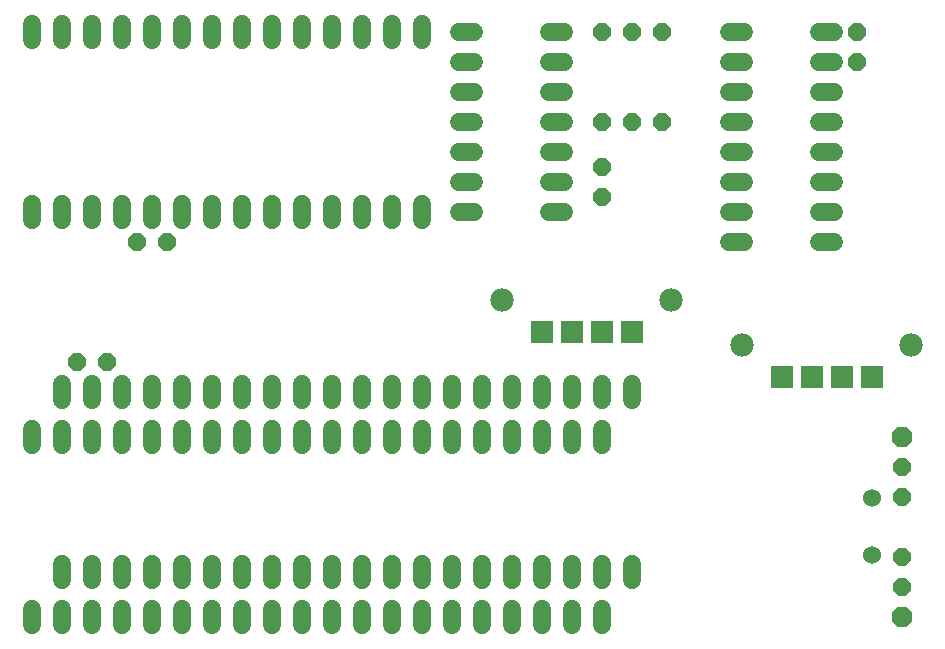
<source format=gbs>
G75*
%MOIN*%
%OFA0B0*%
%FSLAX24Y24*%
%IPPOS*%
%LPD*%
%AMOC8*
5,1,8,0,0,1.08239X$1,22.5*
%
%ADD10OC8,0.0600*%
%ADD11C,0.0600*%
%ADD12C,0.0600*%
%ADD13R,0.0755X0.0755*%
%ADD14C,0.0780*%
%ADD15OC8,0.0680*%
D10*
X003180Y010180D03*
X004180Y010180D03*
X005180Y014180D03*
X006180Y014180D03*
X020680Y015680D03*
X020680Y016680D03*
X020680Y018180D03*
X021680Y018180D03*
X022680Y018180D03*
X022680Y021180D03*
X021680Y021180D03*
X020680Y021180D03*
X029180Y021180D03*
X029180Y020180D03*
X030680Y006680D03*
X030680Y005680D03*
X030680Y003680D03*
X030680Y002680D03*
D11*
X001680Y001940D02*
X001680Y001420D01*
X002680Y001420D02*
X002680Y001940D01*
X003680Y001940D02*
X003680Y001420D01*
X004680Y001420D02*
X004680Y001940D01*
X005680Y001940D02*
X005680Y001420D01*
X006680Y001420D02*
X006680Y001940D01*
X007680Y001940D02*
X007680Y001420D01*
X008680Y001420D02*
X008680Y001940D01*
X009680Y001940D02*
X009680Y001420D01*
X010680Y001420D02*
X010680Y001940D01*
X011680Y001940D02*
X011680Y001420D01*
X012680Y001420D02*
X012680Y001940D01*
X013680Y001940D02*
X013680Y001420D01*
X014680Y001420D02*
X014680Y001940D01*
X015680Y001940D02*
X015680Y001420D01*
X016680Y001420D02*
X016680Y001940D01*
X017680Y001940D02*
X017680Y001420D01*
X018680Y001420D02*
X018680Y001940D01*
X019680Y001940D02*
X019680Y001420D01*
X020680Y001420D02*
X020680Y001940D01*
X020680Y002920D02*
X020680Y003440D01*
X019680Y003440D02*
X019680Y002920D01*
X018680Y002920D02*
X018680Y003440D01*
X017680Y003440D02*
X017680Y002920D01*
X016680Y002920D02*
X016680Y003440D01*
X015680Y003440D02*
X015680Y002920D01*
X014680Y002920D02*
X014680Y003440D01*
X013680Y003440D02*
X013680Y002920D01*
X012680Y002920D02*
X012680Y003440D01*
X011680Y003440D02*
X011680Y002920D01*
X010680Y002920D02*
X010680Y003440D01*
X009680Y003440D02*
X009680Y002920D01*
X008680Y002920D02*
X008680Y003440D01*
X007680Y003440D02*
X007680Y002920D01*
X006680Y002920D02*
X006680Y003440D01*
X005680Y003440D02*
X005680Y002920D01*
X004680Y002920D02*
X004680Y003440D01*
X003680Y003440D02*
X003680Y002920D01*
X002680Y002920D02*
X002680Y003440D01*
X002680Y007420D02*
X002680Y007940D01*
X001680Y007940D02*
X001680Y007420D01*
X003680Y007420D02*
X003680Y007940D01*
X004680Y007940D02*
X004680Y007420D01*
X005680Y007420D02*
X005680Y007940D01*
X006680Y007940D02*
X006680Y007420D01*
X007680Y007420D02*
X007680Y007940D01*
X008680Y007940D02*
X008680Y007420D01*
X009680Y007420D02*
X009680Y007940D01*
X010680Y007940D02*
X010680Y007420D01*
X011680Y007420D02*
X011680Y007940D01*
X012680Y007940D02*
X012680Y007420D01*
X013680Y007420D02*
X013680Y007940D01*
X014680Y007940D02*
X014680Y007420D01*
X015680Y007420D02*
X015680Y007940D01*
X016680Y007940D02*
X016680Y007420D01*
X017680Y007420D02*
X017680Y007940D01*
X018680Y007940D02*
X018680Y007420D01*
X019680Y007420D02*
X019680Y007940D01*
X020680Y007940D02*
X020680Y007420D01*
X020680Y008920D02*
X020680Y009440D01*
X019680Y009440D02*
X019680Y008920D01*
X018680Y008920D02*
X018680Y009440D01*
X017680Y009440D02*
X017680Y008920D01*
X016680Y008920D02*
X016680Y009440D01*
X015680Y009440D02*
X015680Y008920D01*
X014680Y008920D02*
X014680Y009440D01*
X013680Y009440D02*
X013680Y008920D01*
X012680Y008920D02*
X012680Y009440D01*
X011680Y009440D02*
X011680Y008920D01*
X010680Y008920D02*
X010680Y009440D01*
X009680Y009440D02*
X009680Y008920D01*
X008680Y008920D02*
X008680Y009440D01*
X007680Y009440D02*
X007680Y008920D01*
X006680Y008920D02*
X006680Y009440D01*
X005680Y009440D02*
X005680Y008920D01*
X004680Y008920D02*
X004680Y009440D01*
X003680Y009440D02*
X003680Y008920D01*
X002680Y008920D02*
X002680Y009440D01*
X002680Y014920D02*
X002680Y015440D01*
X001680Y015440D02*
X001680Y014920D01*
X003680Y014920D02*
X003680Y015440D01*
X004680Y015440D02*
X004680Y014920D01*
X005680Y014920D02*
X005680Y015440D01*
X006680Y015440D02*
X006680Y014920D01*
X007680Y014920D02*
X007680Y015440D01*
X008680Y015440D02*
X008680Y014920D01*
X009680Y014920D02*
X009680Y015440D01*
X010680Y015440D02*
X010680Y014920D01*
X011680Y014920D02*
X011680Y015440D01*
X012680Y015440D02*
X012680Y014920D01*
X013680Y014920D02*
X013680Y015440D01*
X014680Y015440D02*
X014680Y014920D01*
X015920Y015180D02*
X016440Y015180D01*
X016440Y016180D02*
X015920Y016180D01*
X015920Y017180D02*
X016440Y017180D01*
X016440Y018180D02*
X015920Y018180D01*
X015920Y019180D02*
X016440Y019180D01*
X016440Y020180D02*
X015920Y020180D01*
X015920Y021180D02*
X016440Y021180D01*
X014680Y020920D02*
X014680Y021440D01*
X013680Y021440D02*
X013680Y020920D01*
X012680Y020920D02*
X012680Y021440D01*
X011680Y021440D02*
X011680Y020920D01*
X010680Y020920D02*
X010680Y021440D01*
X009680Y021440D02*
X009680Y020920D01*
X008680Y020920D02*
X008680Y021440D01*
X007680Y021440D02*
X007680Y020920D01*
X006680Y020920D02*
X006680Y021440D01*
X005680Y021440D02*
X005680Y020920D01*
X004680Y020920D02*
X004680Y021440D01*
X003680Y021440D02*
X003680Y020920D01*
X002680Y020920D02*
X002680Y021440D01*
X001680Y021440D02*
X001680Y020920D01*
X018920Y021180D02*
X019440Y021180D01*
X019440Y020180D02*
X018920Y020180D01*
X018920Y019180D02*
X019440Y019180D01*
X019440Y018180D02*
X018920Y018180D01*
X018920Y017180D02*
X019440Y017180D01*
X019440Y016180D02*
X018920Y016180D01*
X018920Y015180D02*
X019440Y015180D01*
X024920Y015180D02*
X025440Y015180D01*
X025440Y014180D02*
X024920Y014180D01*
X024920Y016180D02*
X025440Y016180D01*
X025440Y017180D02*
X024920Y017180D01*
X024920Y018180D02*
X025440Y018180D01*
X025440Y019180D02*
X024920Y019180D01*
X024920Y020180D02*
X025440Y020180D01*
X025440Y021180D02*
X024920Y021180D01*
X027920Y021180D02*
X028440Y021180D01*
X028440Y020180D02*
X027920Y020180D01*
X027920Y019180D02*
X028440Y019180D01*
X028440Y018180D02*
X027920Y018180D01*
X027920Y017180D02*
X028440Y017180D01*
X028440Y016180D02*
X027920Y016180D01*
X027920Y015180D02*
X028440Y015180D01*
X028440Y014180D02*
X027920Y014180D01*
X021680Y009440D02*
X021680Y008920D01*
X021680Y003440D02*
X021680Y002920D01*
D12*
X029680Y003730D03*
X029680Y005630D03*
D13*
X029680Y009680D03*
X028680Y009680D03*
X027680Y009680D03*
X026680Y009680D03*
X021680Y011180D03*
X020680Y011180D03*
X019680Y011180D03*
X018680Y011180D03*
D14*
X017355Y012230D03*
X023005Y012230D03*
X025355Y010730D03*
X031005Y010730D03*
D15*
X030680Y007680D03*
X030680Y001680D03*
M02*

</source>
